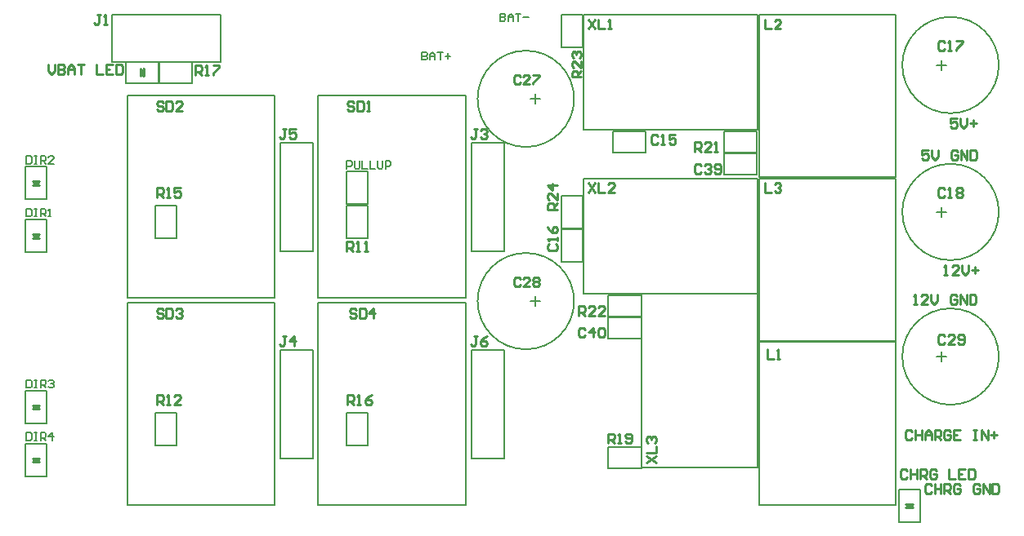
<source format=gto>
G04 Layer_Color=65535*
%FSLAX44Y44*%
%MOMM*%
G71*
G01*
G75*
%ADD42C,0.2540*%
%ADD43C,0.2000*%
%ADD44C,0.2200*%
D42*
X1166250Y268000D02*
X1173750D01*
X1170000Y268250D02*
X1173750Y272000D01*
X1166250D02*
X1170000Y268250D01*
X1166250Y272000D02*
X1173750D01*
X261250Y603000D02*
X268750D01*
X265000Y603250D02*
X268750Y607000D01*
X261250D02*
X265000Y603250D01*
X261250Y607000D02*
X268750D01*
X261250Y548000D02*
X268750D01*
X265000Y548250D02*
X268750Y552000D01*
X261250D02*
X265000Y548250D01*
X261250Y552000D02*
X268750D01*
X261250Y315500D02*
X268750D01*
X265000Y315750D02*
X268750Y319500D01*
X261250D02*
X265000Y315750D01*
X261250Y319500D02*
X268750D01*
X261250Y370500D02*
X268750D01*
X265000Y370750D02*
X268750Y374500D01*
X261250D02*
X265000Y370750D01*
X261250Y374500D02*
X268750D01*
X373000Y716250D02*
Y723750D01*
X373250Y720000D02*
X377000Y716250D01*
X373250Y720000D02*
X377000Y723750D01*
Y716250D02*
Y723750D01*
D43*
X1262500Y425000D02*
G03*
X1262500Y425000I-50000J0D01*
G01*
Y575000D02*
G03*
X1262500Y575000I-50000J0D01*
G01*
Y727500D02*
G03*
X1262500Y727500I-50000J0D01*
G01*
X822500Y482500D02*
G03*
X822500Y482500I-50000J0D01*
G01*
Y692500D02*
G03*
X822500Y692500I-50000J0D01*
G01*
X587000Y583000D02*
X609000D01*
Y617000D01*
X587000D02*
X609000D01*
X587000Y583000D02*
Y617000D01*
X1159000Y253000D02*
Y287000D01*
Y253000D02*
X1181000D01*
Y287000D01*
X1159000D02*
X1181000D01*
X254000Y588000D02*
Y622000D01*
Y588000D02*
X276000D01*
Y622000D01*
X254000D02*
X276000D01*
X254000Y533000D02*
Y567000D01*
Y533000D02*
X276000D01*
Y567000D01*
X254000D02*
X276000D01*
X254000Y300500D02*
Y334500D01*
Y300500D02*
X276000D01*
Y334500D01*
X254000D02*
X276000D01*
X254000Y355500D02*
Y389500D01*
Y355500D02*
X276000D01*
Y389500D01*
X254000D02*
X276000D01*
X587000Y548000D02*
X609000D01*
Y582000D01*
X587000D02*
X609000D01*
X587000Y548000D02*
Y582000D01*
X1203000Y419920D02*
Y430080D01*
X1197920Y425000D02*
X1208080D01*
X1203000Y569920D02*
Y580080D01*
X1197920Y575000D02*
X1208080D01*
X1203000Y722420D02*
Y732580D01*
X1197920Y727500D02*
X1208080D01*
X1014000Y440000D02*
X1156000D01*
Y271000D02*
Y440000D01*
X1014000Y271000D02*
X1156000D01*
X1014000D02*
Y440000D01*
Y441000D02*
Y610000D01*
Y441000D02*
X1156000D01*
Y610000D01*
X1014000D02*
X1156000D01*
X892000Y309000D02*
Y331000D01*
X858000D02*
X892000D01*
X858000Y309000D02*
Y331000D01*
Y309000D02*
X892000D01*
X1014000Y780000D02*
X1156000D01*
Y611000D02*
Y780000D01*
X1014000Y611000D02*
X1156000D01*
X1014000D02*
Y780000D01*
X978000Y614000D02*
Y636000D01*
Y614000D02*
X1012000D01*
Y636000D01*
X978000D02*
X1012000D01*
X978000Y636500D02*
Y658500D01*
Y636500D02*
X1012000D01*
Y658500D01*
X978000D02*
X1012000D01*
X858000Y466500D02*
Y488500D01*
Y466500D02*
X892000D01*
Y488500D01*
X858000D02*
X892000D01*
X858000Y444000D02*
Y466000D01*
Y444000D02*
X892000D01*
Y466000D01*
X858000D02*
X892000D01*
X892500Y310000D02*
Y490000D01*
Y310000D02*
X1012500D01*
Y490000D01*
X892500D02*
X1012500D01*
X518000Y319100D02*
Y432100D01*
Y319100D02*
X552000D01*
Y432100D01*
X518000D02*
X552000D01*
X716000Y319100D02*
Y432100D01*
Y319100D02*
X750000D01*
Y432100D01*
X716000D02*
X750000D01*
X518000Y534100D02*
Y647100D01*
Y534100D02*
X552000D01*
Y647100D01*
X518000D02*
X552000D01*
X716000Y534100D02*
Y647100D01*
Y534100D02*
X750000D01*
Y647100D01*
X716000D02*
X750000D01*
X782000Y477420D02*
Y487580D01*
X776920Y482500D02*
X787080D01*
X809000Y557000D02*
X831000D01*
X809000Y523000D02*
Y557000D01*
Y523000D02*
X831000D01*
Y557000D01*
X809000Y592000D02*
X831000D01*
X809000Y558000D02*
Y592000D01*
Y558000D02*
X831000D01*
Y592000D01*
X832500Y610000D02*
X1012500D01*
X832500Y490000D02*
Y610000D01*
Y490000D02*
X1012500D01*
Y610000D01*
X897000Y636500D02*
Y658500D01*
X863000D02*
X897000D01*
X863000Y636500D02*
Y658500D01*
Y636500D02*
X897000D01*
X782000Y687420D02*
Y697580D01*
X776920Y692500D02*
X787080D01*
X832500Y780000D02*
X1012500D01*
X832500Y660000D02*
Y780000D01*
Y660000D02*
X1012500D01*
Y780000D01*
X809000Y779500D02*
X831000D01*
X809000Y745500D02*
Y779500D01*
Y745500D02*
X831000D01*
Y779500D01*
X557000Y271000D02*
Y481000D01*
Y271000D02*
X710000D01*
Y481000D01*
X557000D02*
X710000D01*
X557000Y696000D02*
X710000D01*
Y486000D02*
Y696000D01*
X557000Y486000D02*
X710000D01*
X557000D02*
Y696000D01*
X359500Y481000D02*
X512500D01*
Y271000D02*
Y481000D01*
X359500Y271000D02*
X512500D01*
X359500D02*
Y481000D01*
X393000Y709000D02*
Y731000D01*
Y709000D02*
X427000D01*
Y731000D01*
X393000D02*
X427000D01*
X358000D02*
X392000D01*
X358000Y709000D02*
Y731000D01*
Y709000D02*
X392000D01*
Y731000D01*
X344000Y780000D02*
X456000D01*
Y731000D02*
Y780000D01*
X344000Y731000D02*
X456000D01*
X344000D02*
Y780000D01*
X359500Y486000D02*
Y696000D01*
Y486000D02*
X512500D01*
Y696000D01*
X359500D02*
X512500D01*
X389000Y333000D02*
X411000D01*
Y367000D01*
X389000D02*
X411000D01*
X389000Y333000D02*
Y367000D01*
Y548000D02*
X411000D01*
Y582000D01*
X389000D02*
X411000D01*
X389000Y548000D02*
Y582000D01*
X586500Y333000D02*
X608500D01*
Y367000D01*
X586500D02*
X608500D01*
X586500Y333000D02*
Y367000D01*
X587000Y620000D02*
Y627997D01*
X590999D01*
X592332Y626665D01*
Y623999D01*
X590999Y622666D01*
X587000D01*
X594997Y627997D02*
Y621333D01*
X596330Y620000D01*
X598996D01*
X600329Y621333D01*
Y627997D01*
X602995D02*
Y620000D01*
X608326D01*
X610992Y627997D02*
Y620000D01*
X616324D01*
X618990Y627997D02*
Y621333D01*
X620323Y620000D01*
X622988D01*
X624321Y621333D01*
Y627997D01*
X626987Y620000D02*
Y627997D01*
X630986D01*
X632319Y626665D01*
Y623999D01*
X630986Y622666D01*
X626987D01*
X255230Y633171D02*
Y625174D01*
X259229D01*
X260562Y626507D01*
Y631838D01*
X259229Y633171D01*
X255230D01*
X263227D02*
X265893D01*
X264560D01*
Y625174D01*
X263227D01*
X265893D01*
X269892D02*
Y633171D01*
X273891D01*
X275224Y631838D01*
Y629173D01*
X273891Y627840D01*
X269892D01*
X272558D02*
X275224Y625174D01*
X283221D02*
X277889D01*
X283221Y630506D01*
Y631838D01*
X281888Y633171D01*
X279222D01*
X277889Y631838D01*
X255230Y578307D02*
Y570310D01*
X259229D01*
X260562Y571643D01*
Y576974D01*
X259229Y578307D01*
X255230D01*
X263227D02*
X265893D01*
X264560D01*
Y570310D01*
X263227D01*
X265893D01*
X269892D02*
Y578307D01*
X273891D01*
X275224Y576974D01*
Y574309D01*
X273891Y572976D01*
X269892D01*
X272558D02*
X275224Y570310D01*
X277889D02*
X280555D01*
X279222D01*
Y578307D01*
X277889Y576974D01*
X255230Y345897D02*
Y337900D01*
X259229D01*
X260562Y339233D01*
Y344565D01*
X259229Y345897D01*
X255230D01*
X263227D02*
X265893D01*
X264560D01*
Y337900D01*
X263227D01*
X265893D01*
X269892D02*
Y345897D01*
X273891D01*
X275224Y344565D01*
Y341899D01*
X273891Y340566D01*
X269892D01*
X272558D02*
X275224Y337900D01*
X281888D02*
Y345897D01*
X277889Y341899D01*
X283221D01*
X255230Y400761D02*
Y392764D01*
X259229D01*
X260562Y394097D01*
Y399428D01*
X259229Y400761D01*
X255230D01*
X263227D02*
X265893D01*
X264560D01*
Y392764D01*
X263227D01*
X265893D01*
X269892D02*
Y400761D01*
X273891D01*
X275224Y399428D01*
Y396763D01*
X273891Y395430D01*
X269892D01*
X272558D02*
X275224Y392764D01*
X277889Y399428D02*
X279222Y400761D01*
X281888D01*
X283221Y399428D01*
Y398096D01*
X281888Y396763D01*
X280555D01*
X281888D01*
X283221Y395430D01*
Y394097D01*
X281888Y392764D01*
X279222D01*
X277889Y394097D01*
X746000Y780997D02*
Y773000D01*
X749999D01*
X751332Y774333D01*
Y775666D01*
X749999Y776999D01*
X746000D01*
X749999D01*
X751332Y778332D01*
Y779665D01*
X749999Y780997D01*
X746000D01*
X753997Y773000D02*
Y778332D01*
X756663Y780997D01*
X759329Y778332D01*
Y773000D01*
Y776999D01*
X753997D01*
X761995Y780997D02*
X767327D01*
X764661D01*
Y773000D01*
X769992Y776999D02*
X775324D01*
X665000Y740997D02*
Y733000D01*
X668999D01*
X670332Y734333D01*
Y735666D01*
X668999Y736999D01*
X665000D01*
X668999D01*
X670332Y738332D01*
Y739665D01*
X668999Y740997D01*
X665000D01*
X672997Y733000D02*
Y738332D01*
X675663Y740997D01*
X678329Y738332D01*
Y733000D01*
Y736999D01*
X672997D01*
X680995Y740997D02*
X686326D01*
X683661D01*
Y733000D01*
X688992Y736999D02*
X694324D01*
X691658Y739665D02*
Y734333D01*
D44*
X1167664Y306331D02*
X1165998Y307997D01*
X1162666D01*
X1161000Y306331D01*
Y299666D01*
X1162666Y298000D01*
X1165998D01*
X1167664Y299666D01*
X1170997Y307997D02*
Y298000D01*
Y302998D01*
X1177661D01*
Y307997D01*
Y298000D01*
X1180993D02*
Y307997D01*
X1185992D01*
X1187658Y306331D01*
Y302998D01*
X1185992Y301332D01*
X1180993D01*
X1184326D02*
X1187658Y298000D01*
X1197655Y306331D02*
X1195989Y307997D01*
X1192656D01*
X1190990Y306331D01*
Y299666D01*
X1192656Y298000D01*
X1195989D01*
X1197655Y299666D01*
Y302998D01*
X1194323D01*
X1210984Y307997D02*
Y298000D01*
X1217648D01*
X1227645Y307997D02*
X1220981D01*
Y298000D01*
X1227645D01*
X1220981Y302998D02*
X1224313D01*
X1230977Y307997D02*
Y298000D01*
X1235976D01*
X1237642Y299666D01*
Y306331D01*
X1235976Y307997D01*
X1230977D01*
X1192664Y291331D02*
X1190998Y292997D01*
X1187666D01*
X1186000Y291331D01*
Y284666D01*
X1187666Y283000D01*
X1190998D01*
X1192664Y284666D01*
X1195997Y292997D02*
Y283000D01*
Y287998D01*
X1202661D01*
Y292997D01*
Y283000D01*
X1205993D02*
Y292997D01*
X1210992D01*
X1212658Y291331D01*
Y287998D01*
X1210992Y286332D01*
X1205993D01*
X1209326D02*
X1212658Y283000D01*
X1222655Y291331D02*
X1220989Y292997D01*
X1217656D01*
X1215990Y291331D01*
Y284666D01*
X1217656Y283000D01*
X1220989D01*
X1222655Y284666D01*
Y287998D01*
X1219323D01*
X1242648Y291331D02*
X1240982Y292997D01*
X1237650D01*
X1235984Y291331D01*
Y284666D01*
X1237650Y283000D01*
X1240982D01*
X1242648Y284666D01*
Y287998D01*
X1239316D01*
X1245981Y283000D02*
Y292997D01*
X1252645Y283000D01*
Y292997D01*
X1255977D02*
Y283000D01*
X1260976D01*
X1262642Y284666D01*
Y291331D01*
X1260976Y292997D01*
X1255977D01*
X1172664Y347331D02*
X1170998Y348997D01*
X1167666D01*
X1166000Y347331D01*
Y340666D01*
X1167666Y339000D01*
X1170998D01*
X1172664Y340666D01*
X1175997Y348997D02*
Y339000D01*
Y343998D01*
X1182661D01*
Y348997D01*
Y339000D01*
X1185994D02*
Y345664D01*
X1189326Y348997D01*
X1192658Y345664D01*
Y339000D01*
Y343998D01*
X1185994D01*
X1195990Y339000D02*
Y348997D01*
X1200989D01*
X1202655Y347331D01*
Y343998D01*
X1200989Y342332D01*
X1195990D01*
X1199323D02*
X1202655Y339000D01*
X1212652Y347331D02*
X1210985Y348997D01*
X1207653D01*
X1205987Y347331D01*
Y340666D01*
X1207653Y339000D01*
X1210985D01*
X1212652Y340666D01*
Y343998D01*
X1209319D01*
X1222648Y348997D02*
X1215984D01*
Y339000D01*
X1222648D01*
X1215984Y343998D02*
X1219316D01*
X1235977Y348997D02*
X1239310D01*
X1237644D01*
Y339000D01*
X1235977D01*
X1239310D01*
X1244308D02*
Y348997D01*
X1250973Y339000D01*
Y348997D01*
X1254305Y343998D02*
X1260969D01*
X1257637Y347331D02*
Y340666D01*
X587000Y534000D02*
Y543997D01*
X591998D01*
X593665Y542331D01*
Y538998D01*
X591998Y537332D01*
X587000D01*
X590332D02*
X593665Y534000D01*
X596997D02*
X600329D01*
X598663D01*
Y543997D01*
X596997Y542331D01*
X605327Y534000D02*
X608660D01*
X606994D01*
Y543997D01*
X605327Y542331D01*
X1174000Y479000D02*
X1177332D01*
X1175666D01*
Y488997D01*
X1174000Y487331D01*
X1188995Y479000D02*
X1182331D01*
X1188995Y485664D01*
Y487331D01*
X1187329Y488997D01*
X1183997D01*
X1182331Y487331D01*
X1192327Y488997D02*
Y482332D01*
X1195660Y479000D01*
X1198992Y482332D01*
Y488997D01*
X1218986Y487331D02*
X1217319Y488997D01*
X1213987D01*
X1212321Y487331D01*
Y480666D01*
X1213987Y479000D01*
X1217319D01*
X1218986Y480666D01*
Y483998D01*
X1215653D01*
X1222318Y479000D02*
Y488997D01*
X1228982Y479000D01*
Y488997D01*
X1232315D02*
Y479000D01*
X1237313D01*
X1238979Y480666D01*
Y487331D01*
X1237313Y488997D01*
X1232315D01*
X1206000Y510000D02*
X1209332D01*
X1207666D01*
Y519997D01*
X1206000Y518331D01*
X1220995Y510000D02*
X1214331D01*
X1220995Y516665D01*
Y518331D01*
X1219329Y519997D01*
X1215997D01*
X1214331Y518331D01*
X1224327Y519997D02*
Y513332D01*
X1227660Y510000D01*
X1230992Y513332D01*
Y519997D01*
X1234324Y514998D02*
X1240989D01*
X1237656Y518331D02*
Y511666D01*
X1189665Y638997D02*
X1183000D01*
Y633998D01*
X1186332Y635664D01*
X1187998D01*
X1189665Y633998D01*
Y630666D01*
X1187998Y629000D01*
X1184666D01*
X1183000Y630666D01*
X1192997Y638997D02*
Y632332D01*
X1196329Y629000D01*
X1199661Y632332D01*
Y638997D01*
X1219655Y637331D02*
X1217989Y638997D01*
X1214657D01*
X1212990Y637331D01*
Y630666D01*
X1214657Y629000D01*
X1217989D01*
X1219655Y630666D01*
Y633998D01*
X1216323D01*
X1222987Y629000D02*
Y638997D01*
X1229652Y629000D01*
Y638997D01*
X1232984D02*
Y629000D01*
X1237982D01*
X1239648Y630666D01*
Y637331D01*
X1237982Y638997D01*
X1232984D01*
X1219165Y672497D02*
X1212500D01*
Y667498D01*
X1215832Y669165D01*
X1217498D01*
X1219165Y667498D01*
Y664166D01*
X1217498Y662500D01*
X1214166D01*
X1212500Y664166D01*
X1222497Y672497D02*
Y665832D01*
X1225829Y662500D01*
X1229161Y665832D01*
Y672497D01*
X1232494Y667498D02*
X1239158D01*
X1235826Y670831D02*
Y664166D01*
X1206665Y445831D02*
X1204998Y447497D01*
X1201666D01*
X1200000Y445831D01*
Y439166D01*
X1201666Y437500D01*
X1204998D01*
X1206665Y439166D01*
X1216661Y437500D02*
X1209997D01*
X1216661Y444165D01*
Y445831D01*
X1214995Y447497D01*
X1211663D01*
X1209997Y445831D01*
X1219994Y439166D02*
X1221660Y437500D01*
X1224992D01*
X1226658Y439166D01*
Y445831D01*
X1224992Y447497D01*
X1221660D01*
X1219994Y445831D01*
Y444165D01*
X1221660Y442498D01*
X1226658D01*
X1206665Y598331D02*
X1204998Y599997D01*
X1201666D01*
X1200000Y598331D01*
Y591666D01*
X1201666Y590000D01*
X1204998D01*
X1206665Y591666D01*
X1209997Y590000D02*
X1213329D01*
X1211663D01*
Y599997D01*
X1209997Y598331D01*
X1218327D02*
X1219994Y599997D01*
X1223326D01*
X1224992Y598331D01*
Y596665D01*
X1223326Y594998D01*
X1224992Y593332D01*
Y591666D01*
X1223326Y590000D01*
X1219994D01*
X1218327Y591666D01*
Y593332D01*
X1219994Y594998D01*
X1218327Y596665D01*
Y598331D01*
X1219994Y594998D02*
X1223326D01*
X1206665Y750831D02*
X1204998Y752497D01*
X1201666D01*
X1200000Y750831D01*
Y744166D01*
X1201666Y742500D01*
X1204998D01*
X1206665Y744166D01*
X1209997Y742500D02*
X1213329D01*
X1211663D01*
Y752497D01*
X1209997Y750831D01*
X1218327Y752497D02*
X1224992D01*
Y750831D01*
X1218327Y744166D01*
Y742500D01*
X1022500Y432497D02*
Y422500D01*
X1029165D01*
X1032497D02*
X1035829D01*
X1034163D01*
Y432497D01*
X1032497Y430831D01*
X1020000Y604997D02*
Y595000D01*
X1026665D01*
X1029997Y603331D02*
X1031663Y604997D01*
X1034995D01*
X1036661Y603331D01*
Y601665D01*
X1034995Y599998D01*
X1033329D01*
X1034995D01*
X1036661Y598332D01*
Y596666D01*
X1034995Y595000D01*
X1031663D01*
X1029997Y596666D01*
X857500Y335000D02*
Y344997D01*
X862498D01*
X864165Y343331D01*
Y339998D01*
X862498Y338332D01*
X857500D01*
X860832D02*
X864165Y335000D01*
X867497D02*
X870829D01*
X869163D01*
Y344997D01*
X867497Y343331D01*
X875827Y336666D02*
X877494Y335000D01*
X880826D01*
X882492Y336666D01*
Y343331D01*
X880826Y344997D01*
X877494D01*
X875827Y343331D01*
Y341665D01*
X877494Y339998D01*
X882492D01*
X1020000Y774997D02*
Y765000D01*
X1026665D01*
X1036661D02*
X1029997D01*
X1036661Y771665D01*
Y773331D01*
X1034995Y774997D01*
X1031663D01*
X1029997Y773331D01*
X954165Y623331D02*
X952498Y624997D01*
X949166D01*
X947500Y623331D01*
Y616666D01*
X949166Y615000D01*
X952498D01*
X954165Y616666D01*
X957497Y623331D02*
X959163Y624997D01*
X962495D01*
X964161Y623331D01*
Y621665D01*
X962495Y619998D01*
X960829D01*
X962495D01*
X964161Y618332D01*
Y616666D01*
X962495Y615000D01*
X959163D01*
X957497Y616666D01*
X967494D02*
X969160Y615000D01*
X972492D01*
X974158Y616666D01*
Y623331D01*
X972492Y624997D01*
X969160D01*
X967494Y623331D01*
Y621665D01*
X969160Y619998D01*
X974158D01*
X947500Y637500D02*
Y647497D01*
X952498D01*
X954165Y645831D01*
Y642498D01*
X952498Y640832D01*
X947500D01*
X950832D02*
X954165Y637500D01*
X964161D02*
X957497D01*
X964161Y644165D01*
Y645831D01*
X962495Y647497D01*
X959163D01*
X957497Y645831D01*
X967494Y637500D02*
X970826D01*
X969160D01*
Y647497D01*
X967494Y645831D01*
X827500Y467500D02*
Y477497D01*
X832498D01*
X834165Y475831D01*
Y472498D01*
X832498Y470832D01*
X827500D01*
X830832D02*
X834165Y467500D01*
X844161D02*
X837497D01*
X844161Y474165D01*
Y475831D01*
X842495Y477497D01*
X839163D01*
X837497Y475831D01*
X854158Y467500D02*
X847494D01*
X854158Y474165D01*
Y475831D01*
X852492Y477497D01*
X849160D01*
X847494Y475831D01*
X834165Y453331D02*
X832498Y454997D01*
X829166D01*
X827500Y453331D01*
Y446666D01*
X829166Y445000D01*
X832498D01*
X834165Y446666D01*
X842495Y445000D02*
Y454997D01*
X837497Y449998D01*
X844161D01*
X847494Y453331D02*
X849160Y454997D01*
X852492D01*
X854158Y453331D01*
Y446666D01*
X852492Y445000D01*
X849160D01*
X847494Y446666D01*
Y453331D01*
X897503Y315000D02*
X907500Y321665D01*
X897503D02*
X907500Y315000D01*
X897503Y324997D02*
X907500D01*
Y331661D01*
X899169Y334994D02*
X897503Y336660D01*
Y339992D01*
X899169Y341658D01*
X900835D01*
X902502Y339992D01*
Y338326D01*
Y339992D01*
X904168Y341658D01*
X905834D01*
X907500Y339992D01*
Y336660D01*
X905834Y334994D01*
X524165Y445997D02*
X520832D01*
X522498D01*
Y437666D01*
X520832Y436000D01*
X519166D01*
X517500Y437666D01*
X532495Y436000D02*
Y445997D01*
X527497Y440998D01*
X534161D01*
X722165Y445997D02*
X718832D01*
X720498D01*
Y437666D01*
X718832Y436000D01*
X717166D01*
X715500Y437666D01*
X732161Y445997D02*
X728829Y444331D01*
X725497Y440998D01*
Y437666D01*
X727163Y436000D01*
X730495D01*
X732161Y437666D01*
Y439332D01*
X730495Y440998D01*
X725497D01*
X524165Y660997D02*
X520832D01*
X522498D01*
Y652666D01*
X520832Y651000D01*
X519166D01*
X517500Y652666D01*
X534161Y660997D02*
X527497D01*
Y655998D01*
X530829Y657664D01*
X532495D01*
X534161Y655998D01*
Y652666D01*
X532495Y651000D01*
X529163D01*
X527497Y652666D01*
X722165Y660997D02*
X718832D01*
X720498D01*
Y652666D01*
X718832Y651000D01*
X717166D01*
X715500Y652666D01*
X725497Y659331D02*
X727163Y660997D01*
X730495D01*
X732161Y659331D01*
Y657664D01*
X730495Y655998D01*
X728829D01*
X730495D01*
X732161Y654332D01*
Y652666D01*
X730495Y651000D01*
X727163D01*
X725497Y652666D01*
X766665Y505831D02*
X764998Y507497D01*
X761666D01*
X760000Y505831D01*
Y499166D01*
X761666Y497500D01*
X764998D01*
X766665Y499166D01*
X776661Y497500D02*
X769997D01*
X776661Y504165D01*
Y505831D01*
X774995Y507497D01*
X771663D01*
X769997Y505831D01*
X779994D02*
X781660Y507497D01*
X784992D01*
X786658Y505831D01*
Y504165D01*
X784992Y502498D01*
X786658Y500832D01*
Y499166D01*
X784992Y497500D01*
X781660D01*
X779994Y499166D01*
Y500832D01*
X781660Y502498D01*
X779994Y504165D01*
Y505831D01*
X781660Y502498D02*
X784992D01*
X796669Y541665D02*
X795003Y539998D01*
Y536666D01*
X796669Y535000D01*
X803334D01*
X805000Y536666D01*
Y539998D01*
X803334Y541665D01*
X805000Y544997D02*
Y548329D01*
Y546663D01*
X795003D01*
X796669Y544997D01*
X795003Y559992D02*
X796669Y556660D01*
X800002Y553327D01*
X803334D01*
X805000Y554994D01*
Y558326D01*
X803334Y559992D01*
X801668D01*
X800002Y558326D01*
Y553327D01*
X805000Y577500D02*
X795003D01*
Y582498D01*
X796669Y584165D01*
X800002D01*
X801668Y582498D01*
Y577500D01*
Y580832D02*
X805000Y584165D01*
Y594161D02*
Y587497D01*
X798335Y594161D01*
X796669D01*
X795003Y592495D01*
Y589163D01*
X796669Y587497D01*
X805000Y602492D02*
X795003D01*
X800002Y597494D01*
Y604158D01*
X837500Y604997D02*
X844165Y595000D01*
Y604997D02*
X837500Y595000D01*
X847497Y604997D02*
Y595000D01*
X854161D01*
X864158D02*
X857494D01*
X864158Y601665D01*
Y603331D01*
X862492Y604997D01*
X859160D01*
X857494Y603331D01*
X909165Y653331D02*
X907498Y654997D01*
X904166D01*
X902500Y653331D01*
Y646666D01*
X904166Y645000D01*
X907498D01*
X909165Y646666D01*
X912497Y645000D02*
X915829D01*
X914163D01*
Y654997D01*
X912497Y653331D01*
X927492Y654997D02*
X920827D01*
Y649998D01*
X924160Y651665D01*
X925826D01*
X927492Y649998D01*
Y646666D01*
X925826Y645000D01*
X922494D01*
X920827Y646666D01*
X766665Y715831D02*
X764998Y717497D01*
X761666D01*
X760000Y715831D01*
Y709166D01*
X761666Y707500D01*
X764998D01*
X766665Y709166D01*
X776661Y707500D02*
X769997D01*
X776661Y714165D01*
Y715831D01*
X774995Y717497D01*
X771663D01*
X769997Y715831D01*
X779994Y717497D02*
X786658D01*
Y715831D01*
X779994Y709166D01*
Y707500D01*
X837500Y774997D02*
X844165Y765000D01*
Y774997D02*
X837500Y765000D01*
X847497Y774997D02*
Y765000D01*
X854161D01*
X857494D02*
X860826D01*
X859160D01*
Y774997D01*
X857494Y773331D01*
X830000Y715000D02*
X820003D01*
Y719998D01*
X821669Y721665D01*
X825002D01*
X826668Y719998D01*
Y715000D01*
Y718332D02*
X830000Y721665D01*
Y731661D02*
Y724997D01*
X823335Y731661D01*
X821669D01*
X820003Y729995D01*
Y726663D01*
X821669Y724997D01*
Y734994D02*
X820003Y736660D01*
Y739992D01*
X821669Y741658D01*
X823335D01*
X825002Y739992D01*
Y738326D01*
Y739992D01*
X826668Y741658D01*
X828334D01*
X830000Y739992D01*
Y736660D01*
X828334Y734994D01*
X596665Y473331D02*
X594998Y474997D01*
X591666D01*
X590000Y473331D01*
Y471665D01*
X591666Y469998D01*
X594998D01*
X596665Y468332D01*
Y466666D01*
X594998Y465000D01*
X591666D01*
X590000Y466666D01*
X599997Y474997D02*
Y465000D01*
X604995D01*
X606661Y466666D01*
Y473331D01*
X604995Y474997D01*
X599997D01*
X614992Y465000D02*
Y474997D01*
X609994Y469998D01*
X616658D01*
X594165Y688331D02*
X592498Y689997D01*
X589166D01*
X587500Y688331D01*
Y686665D01*
X589166Y684998D01*
X592498D01*
X594165Y683332D01*
Y681666D01*
X592498Y680000D01*
X589166D01*
X587500Y681666D01*
X597497Y689997D02*
Y680000D01*
X602495D01*
X604161Y681666D01*
Y688331D01*
X602495Y689997D01*
X597497D01*
X607494Y680000D02*
X610826D01*
X609160D01*
Y689997D01*
X607494Y688331D01*
X396665Y473331D02*
X394998Y474997D01*
X391666D01*
X390000Y473331D01*
Y471665D01*
X391666Y469998D01*
X394998D01*
X396665Y468332D01*
Y466666D01*
X394998Y465000D01*
X391666D01*
X390000Y466666D01*
X399997Y474997D02*
Y465000D01*
X404995D01*
X406661Y466666D01*
Y473331D01*
X404995Y474997D01*
X399997D01*
X409994Y473331D02*
X411660Y474997D01*
X414992D01*
X416658Y473331D01*
Y471665D01*
X414992Y469998D01*
X413326D01*
X414992D01*
X416658Y468332D01*
Y466666D01*
X414992Y465000D01*
X411660D01*
X409994Y466666D01*
X430000Y717500D02*
Y727497D01*
X434998D01*
X436665Y725831D01*
Y722498D01*
X434998Y720832D01*
X430000D01*
X433332D02*
X436665Y717500D01*
X439997D02*
X443329D01*
X441663D01*
Y727497D01*
X439997Y725831D01*
X448327Y727497D02*
X454992D01*
Y725831D01*
X448327Y719166D01*
Y717500D01*
X278000Y727997D02*
Y721332D01*
X281332Y718000D01*
X284664Y721332D01*
Y727997D01*
X287997D02*
Y718000D01*
X292995D01*
X294661Y719666D01*
Y721332D01*
X292995Y722998D01*
X287997D01*
X292995D01*
X294661Y724665D01*
Y726331D01*
X292995Y727997D01*
X287997D01*
X297994Y718000D02*
Y724665D01*
X301326Y727997D01*
X304658Y724665D01*
Y718000D01*
Y722998D01*
X297994D01*
X307990Y727997D02*
X314655D01*
X311323D01*
Y718000D01*
X327984Y727997D02*
Y718000D01*
X334648D01*
X344645Y727997D02*
X337981D01*
Y718000D01*
X344645D01*
X337981Y722998D02*
X341313D01*
X347977Y727997D02*
Y718000D01*
X352976D01*
X354642Y719666D01*
Y726331D01*
X352976Y727997D01*
X347977D01*
X331665Y779997D02*
X328332D01*
X329998D01*
Y771666D01*
X328332Y770000D01*
X326666D01*
X325000Y771666D01*
X334997Y770000D02*
X338329D01*
X336663D01*
Y779997D01*
X334997Y778331D01*
X396665Y688331D02*
X394998Y689997D01*
X391666D01*
X390000Y688331D01*
Y686665D01*
X391666Y684998D01*
X394998D01*
X396665Y683332D01*
Y681666D01*
X394998Y680000D01*
X391666D01*
X390000Y681666D01*
X399997Y689997D02*
Y680000D01*
X404995D01*
X406661Y681666D01*
Y688331D01*
X404995Y689997D01*
X399997D01*
X416658Y680000D02*
X409994D01*
X416658Y686665D01*
Y688331D01*
X414992Y689997D01*
X411660D01*
X409994Y688331D01*
X390144Y375158D02*
Y385155D01*
X395142D01*
X396809Y383489D01*
Y380156D01*
X395142Y378490D01*
X390144D01*
X393476D02*
X396809Y375158D01*
X400141D02*
X403473D01*
X401807D01*
Y385155D01*
X400141Y383489D01*
X415136Y375158D02*
X408471D01*
X415136Y381823D01*
Y383489D01*
X413470Y385155D01*
X410138D01*
X408471Y383489D01*
X390144Y590296D02*
Y600293D01*
X395142D01*
X396809Y598627D01*
Y595294D01*
X395142Y593628D01*
X390144D01*
X393476D02*
X396809Y590296D01*
X400141D02*
X403473D01*
X401807D01*
Y600293D01*
X400141Y598627D01*
X415136Y600293D02*
X408471D01*
Y595294D01*
X411804Y596960D01*
X413470D01*
X415136Y595294D01*
Y591962D01*
X413470Y590296D01*
X410138D01*
X408471Y591962D01*
X587756Y375158D02*
Y385155D01*
X592754D01*
X594421Y383489D01*
Y380156D01*
X592754Y378490D01*
X587756D01*
X591088D02*
X594421Y375158D01*
X597753D02*
X601085D01*
X599419D01*
Y385155D01*
X597753Y383489D01*
X612748Y385155D02*
X609416Y383489D01*
X606083Y380156D01*
Y376824D01*
X607750Y375158D01*
X611082D01*
X612748Y376824D01*
Y378490D01*
X611082Y380156D01*
X606083D01*
M02*

</source>
